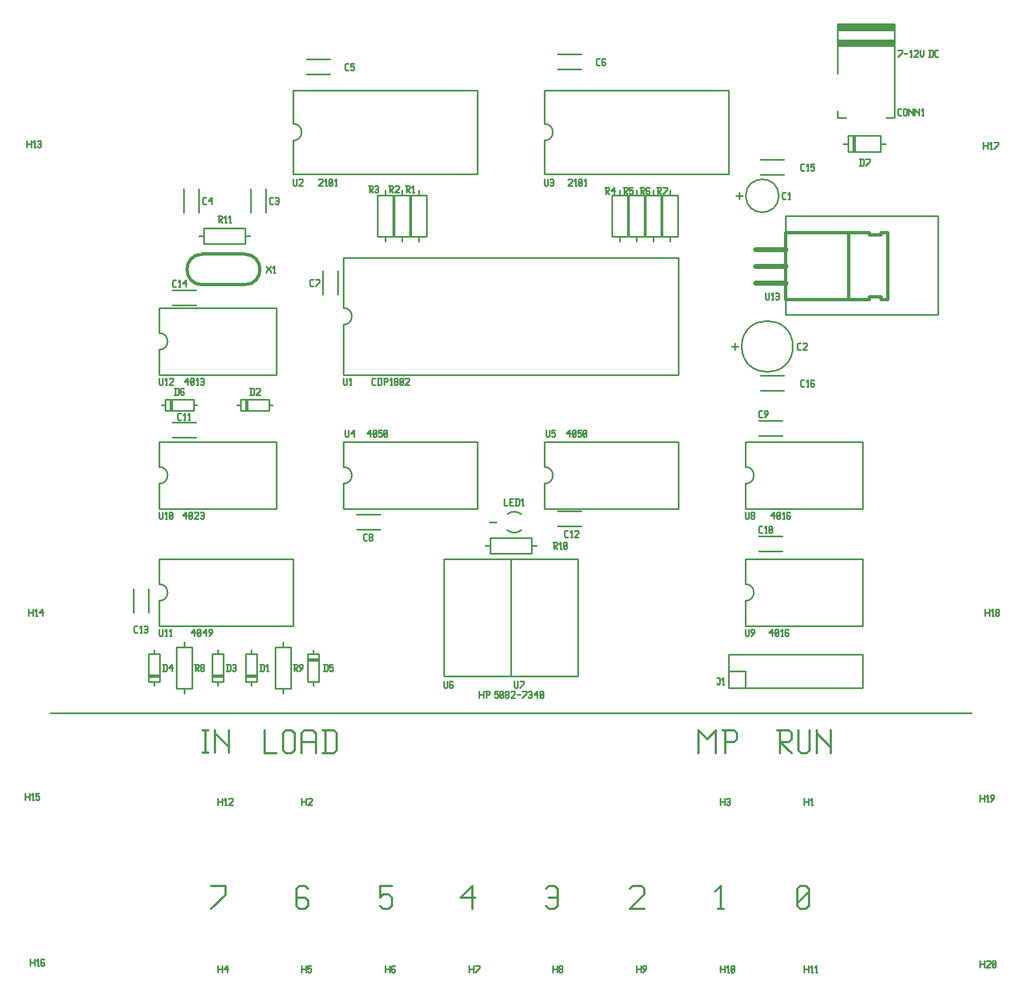
<source format=gbr>
G04 start of page 9 for group -4079 idx -4079 *
G04 Title: (unknown), topsilk *
G04 Creator: pcb 20140316 *
G04 CreationDate: Fri 21 Oct 2016 04:41:03 PM GMT UTC *
G04 For: atommann *
G04 Format: Gerber/RS-274X *
G04 PCB-Dimensions (mil): 8000.00 8000.00 *
G04 PCB-Coordinate-Origin: lower left *
%MOIN*%
%FSLAX25Y25*%
%LNTOPSILK*%
%ADD102C,0.0200*%
%ADD101C,0.0300*%
%ADD100C,0.0136*%
%ADD99C,0.0137*%
%ADD98C,0.0134*%
%ADD97C,0.0100*%
G54D97*X539000Y637000D02*Y578000D01*
Y637000D02*X630000D01*
Y578000D01*
X539000D01*
X100000Y340000D02*X650000D01*
G54D98*X191000Y329650D02*X194350D01*
X192675D02*Y316250D01*
X191000D02*X194350D01*
X198370Y329650D02*Y316250D01*
Y329650D02*Y327975D01*
X206745Y319600D01*
Y329650D02*Y316250D01*
G54D99*X228000Y329580D02*Y315900D01*
X234840D01*
X238944Y327870D02*Y317610D01*
Y327870D02*X240654Y329580D01*
X244074D01*
X245784Y327870D01*
Y317610D01*
X244074Y315900D02*X245784Y317610D01*
X240654Y315900D02*X244074D01*
X238944Y317610D02*X240654Y315900D01*
X249888Y327870D02*Y315900D01*
Y327870D02*X251598Y329580D01*
X256728D01*
X258438Y327870D01*
Y315900D01*
X249888Y322740D02*X258438D01*
X264252Y329580D02*Y315900D01*
X269382Y329580D02*X271092Y327870D01*
Y317610D01*
X269382Y315900D02*X271092Y317610D01*
X262542Y315900D02*X269382D01*
X262542Y329580D02*X269382D01*
G54D97*X179000Y458000D02*X181000Y460000D01*
X179000Y458000D02*X181500D01*
X181000Y460000D02*Y456000D01*
X182700Y456500D02*X183200Y456000D01*
X182700Y459500D02*Y456500D01*
Y459500D02*X183200Y460000D01*
X184200D01*
X184700Y459500D01*
Y456500D01*
X184200Y456000D02*X184700Y456500D01*
X183200Y456000D02*X184200D01*
X182700Y457000D02*X184700Y459000D01*
X185900Y459500D02*X186400Y460000D01*
X187900D01*
X188400Y459500D01*
Y458500D01*
X185900Y456000D02*X188400Y458500D01*
X185900Y456000D02*X188400D01*
X189600Y459500D02*X190100Y460000D01*
X191100D01*
X191600Y459500D01*
Y456500D01*
X191100Y456000D02*X191600Y456500D01*
X190100Y456000D02*X191100D01*
X189600Y456500D02*X190100Y456000D01*
Y458000D02*X191600D01*
X184000Y388000D02*X186000Y390000D01*
X184000Y388000D02*X186500D01*
X186000Y390000D02*Y386000D01*
X187700Y386500D02*X188200Y386000D01*
X187700Y389500D02*Y386500D01*
Y389500D02*X188200Y390000D01*
X189200D01*
X189700Y389500D01*
Y386500D01*
X189200Y386000D02*X189700Y386500D01*
X188200Y386000D02*X189200D01*
X187700Y387000D02*X189700Y389000D01*
X190900Y388000D02*X192900Y390000D01*
X190900Y388000D02*X193400D01*
X192900Y390000D02*Y386000D01*
X194600D02*X196600Y388000D01*
Y389500D02*Y388000D01*
X196100Y390000D02*X196600Y389500D01*
X195100Y390000D02*X196100D01*
X194600Y389500D02*X195100Y390000D01*
X194600Y389500D02*Y388500D01*
X195100Y388000D01*
X196600D01*
X180000Y538000D02*X182000Y540000D01*
X180000Y538000D02*X182500D01*
X182000Y540000D02*Y536000D01*
X183700Y536500D02*X184200Y536000D01*
X183700Y539500D02*Y536500D01*
Y539500D02*X184200Y540000D01*
X185200D01*
X185700Y539500D01*
Y536500D01*
X185200Y536000D02*X185700Y536500D01*
X184200Y536000D02*X185200D01*
X183700Y537000D02*X185700Y539000D01*
X187400Y536000D02*X188400D01*
X187900Y540000D02*Y536000D01*
X186900Y539000D02*X187900Y540000D01*
X189600Y539500D02*X190100Y540000D01*
X191100D01*
X191600Y539500D01*
Y536500D01*
X191100Y536000D02*X191600Y536500D01*
X190100Y536000D02*X191100D01*
X189600Y536500D02*X190100Y536000D01*
Y538000D02*X191600D01*
G54D100*X196000Y222950D02*X204525Y231475D01*
Y236590D02*Y231475D01*
X196000Y236590D02*X204525D01*
X252100Y236600D02*X253800Y234900D01*
X248700Y236600D02*X252100D01*
X247000Y234900D02*X248700Y236600D01*
X247000Y234900D02*Y224700D01*
X248700Y223000D01*
X252100Y229800D02*X253800Y228100D01*
X247000Y229800D02*X252100D01*
X248700Y223000D02*X252100D01*
X253800Y224700D01*
Y228100D02*Y224700D01*
X297000Y236600D02*X303800D01*
X297000D02*Y229800D01*
X298700Y231500D01*
X302100D01*
X303800Y229800D01*
Y224700D01*
X302100Y223000D02*X303800Y224700D01*
X298700Y223000D02*X302100D01*
X297000Y224700D02*X298700Y223000D01*
X345000Y229800D02*X351800Y236600D01*
X345000Y229800D02*X353500D01*
X351800Y236600D02*Y223000D01*
G54D97*X292500Y536000D02*X294000D01*
X292000Y536500D02*X292500Y536000D01*
X292000Y539500D02*Y536500D01*
Y539500D02*X292500Y540000D01*
X294000D01*
X295700D02*Y536000D01*
X297200Y540000D02*X297700Y539500D01*
Y536500D01*
X297200Y536000D02*X297700Y536500D01*
X295200Y536000D02*X297200D01*
X295200Y540000D02*X297200D01*
X299400D02*Y536000D01*
X298900Y540000D02*X300900D01*
X301400Y539500D01*
Y538500D01*
X300900Y538000D02*X301400Y538500D01*
X299400Y538000D02*X300900D01*
X303100Y536000D02*X304100D01*
X303600Y540000D02*Y536000D01*
X302600Y539000D02*X303600Y540000D01*
X305300Y536500D02*X305800Y536000D01*
X305300Y537500D02*Y536500D01*
Y537500D02*X305800Y538000D01*
X306800D01*
X307300Y537500D01*
Y536500D01*
X306800Y536000D02*X307300Y536500D01*
X305800Y536000D02*X306800D01*
X305300Y538500D02*X305800Y538000D01*
X305300Y539500D02*Y538500D01*
Y539500D02*X305800Y540000D01*
X306800D01*
X307300Y539500D01*
Y538500D01*
X306800Y538000D02*X307300Y538500D01*
X308500Y536500D02*X309000Y536000D01*
X308500Y539500D02*Y536500D01*
Y539500D02*X309000Y540000D01*
X310000D01*
X310500Y539500D01*
Y536500D01*
X310000Y536000D02*X310500Y536500D01*
X309000Y536000D02*X310000D01*
X308500Y537000D02*X310500Y539000D01*
X311700Y539500D02*X312200Y540000D01*
X313700D01*
X314200Y539500D01*
Y538500D01*
X311700Y536000D02*X314200Y538500D01*
X311700Y536000D02*X314200D01*
X289000Y507000D02*X291000Y509000D01*
X289000Y507000D02*X291500D01*
X291000Y509000D02*Y505000D01*
X292700Y505500D02*X293200Y505000D01*
X292700Y508500D02*Y505500D01*
Y508500D02*X293200Y509000D01*
X294200D01*
X294700Y508500D01*
Y505500D01*
X294200Y505000D02*X294700Y505500D01*
X293200Y505000D02*X294200D01*
X292700Y506000D02*X294700Y508000D01*
X295900Y509000D02*X297900D01*
X295900D02*Y507000D01*
X296400Y507500D01*
X297400D01*
X297900Y507000D01*
Y505500D01*
X297400Y505000D02*X297900Y505500D01*
X296400Y505000D02*X297400D01*
X295900Y505500D02*X296400Y505000D01*
X299100Y505500D02*X299600Y505000D01*
X299100Y508500D02*Y505500D01*
Y508500D02*X299600Y509000D01*
X300600D01*
X301100Y508500D01*
Y505500D01*
X300600Y505000D02*X301100Y505500D01*
X299600Y505000D02*X300600D01*
X299100Y506000D02*X301100Y508000D01*
X260000Y658500D02*X260500Y659000D01*
X262000D01*
X262500Y658500D01*
Y657500D01*
X260000Y655000D02*X262500Y657500D01*
X260000Y655000D02*X262500D01*
X264200D02*X265200D01*
X264700Y659000D02*Y655000D01*
X263700Y658000D02*X264700Y659000D01*
X266400Y655500D02*X266900Y655000D01*
X266400Y658500D02*Y655500D01*
Y658500D02*X266900Y659000D01*
X267900D01*
X268400Y658500D01*
Y655500D01*
X267900Y655000D02*X268400Y655500D01*
X266900Y655000D02*X267900D01*
X266400Y656000D02*X268400Y658000D01*
X270100Y655000D02*X271100D01*
X270600Y659000D02*Y655000D01*
X269600Y658000D02*X270600Y659000D01*
G54D100*X487000Y329590D02*Y315950D01*
Y329590D02*X492115Y324475D01*
X497230Y329590D01*
Y315950D01*
X503027Y329590D02*Y315950D01*
X501322Y329590D02*X508142D01*
X509847Y327885D01*
Y324475D01*
X508142Y322770D02*X509847Y324475D01*
X503027Y322770D02*X508142D01*
X534000Y329590D02*X540820D01*
X542525Y327885D01*
Y324475D01*
X540820Y322770D02*X542525Y324475D01*
X535705Y322770D02*X540820D01*
X535705Y329590D02*Y315950D01*
Y322770D02*X542525Y315950D01*
X546617Y329590D02*Y317655D01*
X548322Y315950D01*
X551732D01*
X553437Y317655D01*
Y329590D02*Y317655D01*
X557529Y329590D02*Y315950D01*
Y329590D02*Y327885D01*
X566054Y319360D01*
Y329590D02*Y315950D01*
G54D97*X409000Y658500D02*X409500Y659000D01*
X411000D01*
X411500Y658500D01*
Y657500D01*
X409000Y655000D02*X411500Y657500D01*
X409000Y655000D02*X411500D01*
X413200D02*X414200D01*
X413700Y659000D02*Y655000D01*
X412700Y658000D02*X413700Y659000D01*
X415400Y655500D02*X415900Y655000D01*
X415400Y658500D02*Y655500D01*
Y658500D02*X415900Y659000D01*
X416900D01*
X417400Y658500D01*
Y655500D01*
X416900Y655000D02*X417400Y655500D01*
X415900Y655000D02*X416900D01*
X415400Y656000D02*X417400Y658000D01*
X419100Y655000D02*X420100D01*
X419600Y659000D02*Y655000D01*
X418600Y658000D02*X419600Y659000D01*
X408000Y507000D02*X410000Y509000D01*
X408000Y507000D02*X410500D01*
X410000Y509000D02*Y505000D01*
X411700Y505500D02*X412200Y505000D01*
X411700Y508500D02*Y505500D01*
Y508500D02*X412200Y509000D01*
X413200D01*
X413700Y508500D01*
Y505500D01*
X413200Y505000D02*X413700Y505500D01*
X412200Y505000D02*X413200D01*
X411700Y506000D02*X413700Y508000D01*
X414900Y509000D02*X416900D01*
X414900D02*Y507000D01*
X415400Y507500D01*
X416400D01*
X416900Y507000D01*
Y505500D01*
X416400Y505000D02*X416900Y505500D01*
X415400Y505000D02*X416400D01*
X414900Y505500D02*X415400Y505000D01*
X418100Y505500D02*X418600Y505000D01*
X418100Y508500D02*Y505500D01*
Y508500D02*X418600Y509000D01*
X419600D01*
X420100Y508500D01*
Y505500D01*
X419600Y505000D02*X420100Y505500D01*
X418600Y505000D02*X419600D01*
X418100Y506000D02*X420100Y508000D01*
X530000Y458000D02*X532000Y460000D01*
X530000Y458000D02*X532500D01*
X532000Y460000D02*Y456000D01*
X533700Y456500D02*X534200Y456000D01*
X533700Y459500D02*Y456500D01*
Y459500D02*X534200Y460000D01*
X535200D01*
X535700Y459500D01*
Y456500D01*
X535200Y456000D02*X535700Y456500D01*
X534200Y456000D02*X535200D01*
X533700Y457000D02*X535700Y459000D01*
X537400Y456000D02*X538400D01*
X537900Y460000D02*Y456000D01*
X536900Y459000D02*X537900Y460000D01*
X541100D02*X541600Y459500D01*
X540100Y460000D02*X541100D01*
X539600Y459500D02*X540100Y460000D01*
X539600Y459500D02*Y456500D01*
X540100Y456000D01*
X541100Y458000D02*X541600Y457500D01*
X539600Y458000D02*X541100D01*
X540100Y456000D02*X541100D01*
X541600Y456500D01*
Y457500D02*Y456500D01*
X606000Y732000D02*X608500Y734500D01*
Y736000D02*Y734500D01*
X606000Y736000D02*X608500D01*
X609700Y734000D02*X611700D01*
X613400Y732000D02*X614400D01*
X613900Y736000D02*Y732000D01*
X612900Y735000D02*X613900Y736000D01*
X615600Y735500D02*X616100Y736000D01*
X617600D01*
X618100Y735500D01*
Y734500D01*
X615600Y732000D02*X618100Y734500D01*
X615600Y732000D02*X618100D01*
X619300Y736000D02*Y733000D01*
X620300Y732000D01*
X621300Y733000D01*
Y736000D02*Y733000D01*
X624800Y736000D02*Y732000D01*
X626300Y736000D02*X626800Y735500D01*
Y732500D01*
X626300Y732000D02*X626800Y732500D01*
X624300Y732000D02*X626300D01*
X624300Y736000D02*X626300D01*
X628500Y732000D02*X630000D01*
X628000Y732500D02*X628500Y732000D01*
X628000Y735500D02*Y732500D01*
Y735500D02*X628500Y736000D01*
X630000D01*
X529000Y388000D02*X531000Y390000D01*
X529000Y388000D02*X531500D01*
X531000Y390000D02*Y386000D01*
X532700Y386500D02*X533200Y386000D01*
X532700Y389500D02*Y386500D01*
Y389500D02*X533200Y390000D01*
X534200D01*
X534700Y389500D01*
Y386500D01*
X534200Y386000D02*X534700Y386500D01*
X533200Y386000D02*X534200D01*
X532700Y387000D02*X534700Y389000D01*
X536400Y386000D02*X537400D01*
X536900Y390000D02*Y386000D01*
X535900Y389000D02*X536900Y390000D01*
X540100D02*X540600Y389500D01*
X539100Y390000D02*X540100D01*
X538600Y389500D02*X539100Y390000D01*
X538600Y389500D02*Y386500D01*
X539100Y386000D01*
X540100Y388000D02*X540600Y387500D01*
X538600Y388000D02*X540100D01*
X539100Y386000D02*X540100D01*
X540600Y386500D01*
Y387500D02*Y386500D01*
G54D100*X396000Y234900D02*X397700Y236600D01*
X401100D01*
X402800Y234900D01*
Y224700D01*
X401100Y223000D02*X402800Y224700D01*
X397700Y223000D02*X401100D01*
X396000Y224700D02*X397700Y223000D01*
Y229800D02*X402800D01*
G54D97*X356000Y353000D02*Y349000D01*
X358500Y353000D02*Y349000D01*
X356000Y351000D02*X358500D01*
X360200Y353000D02*Y349000D01*
X359700Y353000D02*X361700D01*
X362200Y352500D01*
Y351500D01*
X361700Y351000D02*X362200Y351500D01*
X360200Y351000D02*X361700D01*
X365200Y353000D02*X367200D01*
X365200D02*Y351000D01*
X365700Y351500D01*
X366700D01*
X367200Y351000D01*
Y349500D01*
X366700Y349000D02*X367200Y349500D01*
X365700Y349000D02*X366700D01*
X365200Y349500D02*X365700Y349000D01*
X368400Y349500D02*X368900Y349000D01*
X368400Y352500D02*Y349500D01*
Y352500D02*X368900Y353000D01*
X369900D01*
X370400Y352500D01*
Y349500D01*
X369900Y349000D02*X370400Y349500D01*
X368900Y349000D02*X369900D01*
X368400Y350000D02*X370400Y352000D01*
X371600Y349500D02*X372100Y349000D01*
X371600Y350500D02*Y349500D01*
Y350500D02*X372100Y351000D01*
X373100D01*
X373600Y350500D01*
Y349500D01*
X373100Y349000D02*X373600Y349500D01*
X372100Y349000D02*X373100D01*
X371600Y351500D02*X372100Y351000D01*
X371600Y352500D02*Y351500D01*
Y352500D02*X372100Y353000D01*
X373100D01*
X373600Y352500D01*
Y351500D01*
X373100Y351000D02*X373600Y351500D01*
X374800Y352500D02*X375300Y353000D01*
X376800D01*
X377300Y352500D01*
Y351500D01*
X374800Y349000D02*X377300Y351500D01*
X374800Y349000D02*X377300D01*
X378500Y351000D02*X380500D01*
X381700Y349000D02*X384200Y351500D01*
Y353000D02*Y351500D01*
X381700Y353000D02*X384200D01*
X385400Y352500D02*X385900Y353000D01*
X386900D01*
X387400Y352500D01*
Y349500D01*
X386900Y349000D02*X387400Y349500D01*
X385900Y349000D02*X386900D01*
X385400Y349500D02*X385900Y349000D01*
Y351000D02*X387400D01*
X388600D02*X390600Y353000D01*
X388600Y351000D02*X391100D01*
X390600Y353000D02*Y349000D01*
X392300Y349500D02*X392800Y349000D01*
X392300Y352500D02*Y349500D01*
Y352500D02*X392800Y353000D01*
X393800D01*
X394300Y352500D01*
Y349500D01*
X393800Y349000D02*X394300Y349500D01*
X392800Y349000D02*X393800D01*
X392300Y350000D02*X394300Y352000D01*
G54D100*X446000Y234900D02*X447700Y236600D01*
X452800D01*
X454500Y234900D01*
Y231500D01*
X446000Y223000D02*X454500Y231500D01*
X446000Y223000D02*X454500D01*
X546000Y224700D02*X547700Y223000D01*
X546000Y234900D02*Y224700D01*
Y234900D02*X547700Y236600D01*
X551100D01*
X552800Y234900D01*
Y224700D01*
X551100Y223000D02*X552800Y224700D01*
X547700Y223000D02*X551100D01*
X546000Y226400D02*X552800Y233200D01*
X498700Y223000D02*X502100D01*
X500400Y236600D02*Y223000D01*
X497000Y233200D02*X500400Y236600D01*
G54D97*X523000Y514500D02*X537000D01*
X523000D03*
X537000D03*
X523000Y505500D02*X537000D01*
X523000D03*
X537000D03*
X523000Y445500D02*X537000D01*
X523000D03*
X537000D03*
X523000Y436500D02*X537000D01*
X523000D03*
X537000D03*
X403000Y460500D02*X417000D01*
X403000D03*
X417000D03*
X403000Y451500D02*X417000D01*
X403000D03*
X417000D03*
X395000Y462000D02*X475000D01*
Y502000D02*Y462000D01*
X395000Y502000D02*X475000D01*
X395000Y477000D02*Y462000D01*
Y502000D02*Y487000D01*
Y477000D02*G75*G03X395000Y487000I0J5000D01*G01*
X362600Y435250D02*Y444750D01*
X387400D01*
Y435250D01*
X362600D01*
Y440000D02*X359600D01*
X387400D02*X390400D01*
X515000Y462000D02*X585000D01*
Y502000D02*Y462000D01*
X515000Y502000D02*X585000D01*
X515000Y477000D02*Y462000D01*
Y502000D02*Y487000D01*
Y477000D02*G75*G03X515000Y487000I0J5000D01*G01*
Y392000D02*X585000D01*
Y432000D02*Y392000D01*
X515000Y432000D02*X585000D01*
X515000Y407000D02*Y392000D01*
Y432000D02*Y417000D01*
Y407000D02*G75*G03X515000Y417000I0J5000D01*G01*
X576245Y684854D02*Y675146D01*
X573250Y680000D02*X576245D01*
Y684854D02*X595755D01*
Y675146D01*
Y680000D02*X598750D01*
X576245Y675146D02*X595755D01*
X579245Y684854D02*Y675146D01*
X579745Y684854D02*Y675146D01*
X580245Y684854D02*Y675146D01*
X570000Y751500D02*Y722000D01*
Y751500D02*X604000D01*
Y695500D01*
X599000D02*X604000D01*
X570000Y699500D02*Y695500D01*
X575000D01*
X570000Y751500D02*X604000D01*
X570000Y751000D02*X604000D01*
X570000Y750500D02*X604000D01*
X570000Y750000D02*X604000D01*
X570000Y749500D02*X604000D01*
X570000Y749000D02*X604000D01*
X570000Y748500D02*X604000D01*
X570000Y748000D02*X604000D01*
X570000Y738500D02*X604000D01*
X570000Y739000D02*X604000D01*
X570000Y739500D02*X604000D01*
X570000Y740000D02*X604000D01*
X570000Y740500D02*X604000D01*
X570000Y741000D02*X604000D01*
X570000Y741500D02*X604000D01*
X570000Y742000D02*X604000D01*
X524000Y670500D02*X538000D01*
X524000D03*
X538000D03*
X524000Y661500D02*X538000D01*
X524000D03*
X538000D03*
X524000Y541500D02*X538000D01*
X524000D03*
X538000D03*
X524000Y532500D02*X538000D01*
X524000D03*
X538000D03*
X513158Y649000D02*X509158D01*
X511158Y647000D02*Y651000D01*
X515158Y649000D02*G75*G03X515158Y649000I9842J0D01*G01*
X506752Y559000D02*X510752D01*
X508752Y561000D02*Y557000D01*
X512752Y559000D02*G75*G03X512752Y559000I15248J0D01*G01*
G54D101*X521000Y617000D02*X539000D01*
X521000Y607000D02*X539000D01*
X521000Y597000D02*X539000D01*
G54D102*Y627000D02*Y587000D01*
X576500D01*
Y627000D02*Y587000D01*
X539000Y627000D02*X576500D01*
Y587000D01*
X589000D01*
Y588500D02*Y587000D01*
Y588500D02*X596000D01*
Y587000D01*
X600000D01*
Y627000D02*Y587000D01*
X596000Y627000D02*X600000D01*
X596000D02*Y625500D01*
X589000D02*X596000D01*
X589000Y627000D02*Y625500D01*
X576500Y627000D02*X589000D01*
G54D97*X375000Y362000D02*Y432000D01*
X415000D01*
Y362000D01*
X375000D01*
X505000Y355000D02*X585000D01*
Y375000D02*Y355000D01*
X505000Y375000D02*X585000D01*
X505000D02*Y355000D01*
X515000Y365000D02*Y355000D01*
X505000Y365000D02*X515000D01*
X403000Y733500D02*X417000D01*
X403000D03*
X417000D03*
X403000Y724500D02*X417000D01*
X403000D03*
X417000D03*
X271500Y604000D02*Y590000D01*
Y604000D03*
Y590000D03*
X262500Y604000D02*Y590000D01*
Y604000D03*
Y590000D03*
X315250Y649400D02*X324750D01*
Y624600D01*
X315250D02*X324750D01*
X315250Y649400D02*Y624600D01*
X320000Y652400D02*Y649400D01*
Y624600D02*Y621600D01*
X295250Y649400D02*X304750D01*
Y624600D01*
X295250D02*X304750D01*
X295250Y649400D02*Y624600D01*
X300000Y652400D02*Y649400D01*
Y624600D02*Y621600D01*
X305250Y649400D02*X314750D01*
Y624600D01*
X305250D02*X314750D01*
X305250Y649400D02*Y624600D01*
X310000Y652400D02*Y649400D01*
Y624600D02*Y621600D01*
X245000Y662000D02*X355000D01*
Y712000D02*Y662000D01*
X245000Y712000D02*X355000D01*
X245000Y682000D02*Y662000D01*
Y712000D02*Y692000D01*
Y682000D02*G75*G03X245000Y692000I0J5000D01*G01*
X275000Y542000D02*X475000D01*
Y612000D02*Y542000D01*
X275000Y612000D02*X475000D01*
X275000Y572000D02*Y542000D01*
Y612000D02*Y582000D01*
Y572000D02*G75*G03X275000Y582000I0J5000D01*G01*
X395000Y662000D02*X505000D01*
Y712000D02*Y662000D01*
X395000Y712000D02*X505000D01*
X395000Y682000D02*Y662000D01*
Y712000D02*Y692000D01*
Y682000D02*G75*G03X395000Y692000I0J5000D01*G01*
X465250Y649400D02*X474750D01*
Y624600D01*
X465250D02*X474750D01*
X465250Y649400D02*Y624600D01*
X470000Y652400D02*Y649400D01*
Y624600D02*Y621600D01*
X455250Y649400D02*X464750D01*
Y624600D01*
X455250D02*X464750D01*
X455250Y649400D02*Y624600D01*
X460000Y652400D02*Y649400D01*
Y624600D02*Y621600D01*
X445250Y649400D02*X454750D01*
Y624600D01*
X445250D02*X454750D01*
X445250Y649400D02*Y624600D01*
X450000Y652400D02*Y649400D01*
Y624600D02*Y621600D01*
X435250Y649400D02*X444750D01*
Y624600D01*
X435250D02*X444750D01*
X435250Y649400D02*Y624600D01*
X440000Y652400D02*Y649400D01*
Y624600D02*Y621600D01*
X253000Y730500D02*X267000D01*
X253000D03*
X267000D03*
X253000Y721500D02*X267000D01*
X253000D03*
X267000D03*
X173000Y592500D02*X187000D01*
X173000D03*
X187000D03*
X173000Y583500D02*X187000D01*
X173000D03*
X187000D03*
G54D102*X190700Y595900D02*X216000D01*
X190700Y614200D02*X216000D01*
X190700Y614100D02*G75*G03X190700Y595900I0J-9100D01*G01*
X216000D02*G75*G03X216000Y614100I0J9100D01*G01*
G54D97*X219500Y653000D02*Y639000D01*
D03*
Y653000D03*
X228500D02*Y639000D01*
D03*
Y653000D03*
X179500D02*Y639000D01*
D03*
Y653000D03*
X188500D02*Y639000D01*
D03*
Y653000D03*
X191600Y620250D02*Y629750D01*
X216400D01*
Y620250D01*
X191600D01*
Y625000D02*X188600D01*
X216400D02*X219400D01*
X165000Y542000D02*X235000D01*
Y582000D02*Y542000D01*
X165000Y582000D02*X235000D01*
X165000Y557000D02*Y542000D01*
Y582000D02*Y567000D01*
Y557000D02*G75*G03X165000Y567000I0J5000D01*G01*
X213524Y520741D02*Y527259D01*
Y524000D02*X211250D01*
X213524Y527259D02*X230476D01*
Y520741D02*Y527259D01*
Y524000D02*X232750D01*
X213524Y520741D02*X230476D01*
X216524D02*Y527259D01*
X217024Y520741D02*Y527259D01*
X217524Y520741D02*Y527259D01*
X168524Y520741D02*Y527259D01*
Y524000D02*X166250D01*
X168524Y527259D02*X185476D01*
Y520741D02*Y527259D01*
Y524000D02*X187750D01*
X168524Y520741D02*X185476D01*
X171524D02*Y527259D01*
X172024Y520741D02*Y527259D01*
X172524Y520741D02*Y527259D01*
X149500Y414000D02*Y400000D01*
D03*
Y414000D03*
X158500D02*Y400000D01*
D03*
Y414000D03*
X165000Y392000D02*X245000D01*
Y432000D02*Y392000D01*
X165000Y432000D02*X245000D01*
X165000Y407000D02*Y392000D01*
Y432000D02*Y417000D01*
Y407000D02*G75*G03X165000Y417000I0J5000D01*G01*
X335000Y362000D02*Y432000D01*
X375000D01*
Y362000D01*
X335000D01*
X173000Y513500D02*X187000D01*
X173000D03*
X187000D03*
X173000Y504500D02*X187000D01*
X173000D03*
X187000D03*
X366251Y454000D02*X362250D01*
X372785Y449319D02*G75*G03X381049Y449175I4215J4681D01*G01*
X381215Y458681D02*G75*G03X372951Y458825I-4215J-4681D01*G01*
X275000Y462000D02*X355000D01*
Y502000D02*Y462000D01*
X275000Y502000D02*X355000D01*
X275000Y477000D02*Y462000D01*
Y502000D02*Y487000D01*
Y477000D02*G75*G03X275000Y487000I0J5000D01*G01*
X283000Y458500D02*X297000D01*
X283000D03*
X297000D03*
X283000Y449500D02*X297000D01*
X283000D03*
X297000D03*
X165000Y462000D02*X235000D01*
Y502000D02*Y462000D01*
X165000Y502000D02*X235000D01*
X165000Y477000D02*Y462000D01*
Y502000D02*Y487000D01*
Y477000D02*G75*G03X165000Y487000I0J5000D01*G01*
X175250Y354600D02*X184750D01*
X175250Y379400D02*Y354600D01*
Y379400D02*X184750D01*
Y354600D01*
X180000D02*Y351600D01*
Y382400D02*Y379400D01*
X234250Y354600D02*X243750D01*
X234250Y379400D02*Y354600D01*
Y379400D02*X243750D01*
Y354600D01*
X239000D02*Y351600D01*
Y382400D02*Y379400D01*
X196741Y358524D02*X203259D01*
X200000D02*Y356250D01*
X196741Y375476D02*Y358524D01*
Y375476D02*X203259D01*
X200000Y377750D02*Y375476D01*
X203259D02*Y358524D01*
X196741Y361524D02*X203259D01*
X196741Y362024D02*X203259D01*
X196741Y362524D02*X203259D01*
X216741Y358524D02*X223259D01*
X220000D02*Y356250D01*
X216741Y375476D02*Y358524D01*
Y375476D02*X223259D01*
X220000Y377750D02*Y375476D01*
X223259D02*Y358524D01*
X216741Y361524D02*X223259D01*
X216741Y362024D02*X223259D01*
X216741Y362524D02*X223259D01*
X158741Y358524D02*X165259D01*
X162000D02*Y356250D01*
X158741Y375476D02*Y358524D01*
Y375476D02*X165259D01*
X162000Y377750D02*Y375476D01*
X165259D02*Y358524D01*
X158741Y361524D02*X165259D01*
X158741Y362024D02*X165259D01*
X158741Y362524D02*X165259D01*
X253741Y375476D02*X260259D01*
X257000Y377750D02*Y375476D01*
X260259D02*Y358524D01*
X253741D02*X260259D01*
X257000D02*Y356250D01*
X253741Y375476D02*Y358524D01*
Y372476D02*X260259D01*
X253741Y371976D02*X260259D01*
X253741Y371476D02*X260259D01*
X523500Y516500D02*X525000D01*
X523000Y517000D02*X523500Y516500D01*
X523000Y520000D02*Y517000D01*
Y520000D02*X523500Y520500D01*
X525000D01*
X526200Y516500D02*X528200Y518500D01*
Y520000D02*Y518500D01*
X527700Y520500D02*X528200Y520000D01*
X526700Y520500D02*X527700D01*
X526200Y520000D02*X526700Y520500D01*
X526200Y520000D02*Y519000D01*
X526700Y518500D01*
X528200D01*
X523500Y447500D02*X525000D01*
X523000Y448000D02*X523500Y447500D01*
X523000Y451000D02*Y448000D01*
Y451000D02*X523500Y451500D01*
X525000D01*
X526700Y447500D02*X527700D01*
X527200Y451500D02*Y447500D01*
X526200Y450500D02*X527200Y451500D01*
X528900Y448000D02*X529400Y447500D01*
X528900Y451000D02*Y448000D01*
Y451000D02*X529400Y451500D01*
X530400D01*
X530900Y451000D01*
Y448000D01*
X530400Y447500D02*X530900Y448000D01*
X529400Y447500D02*X530400D01*
X528900Y448500D02*X530900Y450500D01*
X583500Y671000D02*Y667000D01*
X585000Y671000D02*X585500Y670500D01*
Y667500D01*
X585000Y667000D02*X585500Y667500D01*
X583000Y667000D02*X585000D01*
X583000Y671000D02*X585000D01*
X586700Y667000D02*X589200Y669500D01*
Y671000D02*Y669500D01*
X586700Y671000D02*X589200D01*
X606500Y697000D02*X608000D01*
X606000Y697500D02*X606500Y697000D01*
X606000Y700500D02*Y697500D01*
Y700500D02*X606500Y701000D01*
X608000D01*
X609200Y700500D02*Y697500D01*
Y700500D02*X609700Y701000D01*
X610700D01*
X611200Y700500D01*
Y697500D01*
X610700Y697000D02*X611200Y697500D01*
X609700Y697000D02*X610700D01*
X609200Y697500D02*X609700Y697000D01*
X612400Y701000D02*Y697000D01*
Y701000D02*Y700500D01*
X614900Y698000D01*
Y701000D02*Y697000D01*
X616100Y701000D02*Y697000D01*
Y701000D02*Y700500D01*
X618600Y698000D01*
Y701000D02*Y697000D01*
X620300D02*X621300D01*
X620800Y701000D02*Y697000D01*
X619800Y700000D02*X620800Y701000D01*
X548500Y664000D02*X550000D01*
X548000Y664500D02*X548500Y664000D01*
X548000Y667500D02*Y664500D01*
Y667500D02*X548500Y668000D01*
X550000D01*
X551700Y664000D02*X552700D01*
X552200Y668000D02*Y664000D01*
X551200Y667000D02*X552200Y668000D01*
X553900D02*X555900D01*
X553900D02*Y666000D01*
X554400Y666500D01*
X555400D01*
X555900Y666000D01*
Y664500D01*
X555400Y664000D02*X555900Y664500D01*
X554400Y664000D02*X555400D01*
X553900Y664500D02*X554400Y664000D01*
X548500Y535000D02*X550000D01*
X548000Y535500D02*X548500Y535000D01*
X548000Y538500D02*Y535500D01*
Y538500D02*X548500Y539000D01*
X550000D01*
X551700Y535000D02*X552700D01*
X552200Y539000D02*Y535000D01*
X551200Y538000D02*X552200Y539000D01*
X555400D02*X555900Y538500D01*
X554400Y539000D02*X555400D01*
X553900Y538500D02*X554400Y539000D01*
X553900Y538500D02*Y535500D01*
X554400Y535000D01*
X555400Y537000D02*X555900Y536500D01*
X553900Y537000D02*X555400D01*
X554400Y535000D02*X555400D01*
X555900Y535500D01*
Y536500D02*Y535500D01*
X546500Y557000D02*X548000D01*
X546000Y557500D02*X546500Y557000D01*
X546000Y560500D02*Y557500D01*
Y560500D02*X546500Y561000D01*
X548000D01*
X549200Y560500D02*X549700Y561000D01*
X551200D01*
X551700Y560500D01*
Y559500D01*
X549200Y557000D02*X551700Y559500D01*
X549200Y557000D02*X551700D01*
X515000Y460000D02*Y456500D01*
X515500Y456000D01*
X516500D01*
X517000Y456500D01*
Y460000D02*Y456500D01*
X518200D02*X518700Y456000D01*
X518200Y457500D02*Y456500D01*
Y457500D02*X518700Y458000D01*
X519700D01*
X520200Y457500D01*
Y456500D01*
X519700Y456000D02*X520200Y456500D01*
X518700Y456000D02*X519700D01*
X518200Y458500D02*X518700Y458000D01*
X518200Y459500D02*Y458500D01*
Y459500D02*X518700Y460000D01*
X519700D01*
X520200Y459500D01*
Y458500D01*
X519700Y458000D02*X520200Y458500D01*
X527000Y591000D02*Y587500D01*
X527500Y587000D01*
X528500D01*
X529000Y587500D01*
Y591000D02*Y587500D01*
X530700Y587000D02*X531700D01*
X531200Y591000D02*Y587000D01*
X530200Y590000D02*X531200Y591000D01*
X532900Y590500D02*X533400Y591000D01*
X534400D01*
X534900Y590500D01*
Y587500D01*
X534400Y587000D02*X534900Y587500D01*
X533400Y587000D02*X534400D01*
X532900Y587500D02*X533400Y587000D01*
Y589000D02*X534900D01*
X537500Y647000D02*X539000D01*
X537000Y647500D02*X537500Y647000D01*
X537000Y650500D02*Y647500D01*
Y650500D02*X537500Y651000D01*
X539000D01*
X540700Y647000D02*X541700D01*
X541200Y651000D02*Y647000D01*
X540200Y650000D02*X541200Y651000D01*
X657000Y681000D02*Y677000D01*
X659500Y681000D02*Y677000D01*
X657000Y679000D02*X659500D01*
X661200Y677000D02*X662200D01*
X661700Y681000D02*Y677000D01*
X660700Y680000D02*X661700Y681000D01*
X663400Y677000D02*X665900Y679500D01*
Y681000D02*Y679500D01*
X663400Y681000D02*X665900D01*
X550000Y189000D02*Y185000D01*
X552500Y189000D02*Y185000D01*
X550000Y187000D02*X552500D01*
X554200Y185000D02*X555200D01*
X554700Y189000D02*Y185000D01*
X553700Y188000D02*X554700Y189000D01*
X556900Y185000D02*X557900D01*
X557400Y189000D02*Y185000D01*
X556400Y188000D02*X557400Y189000D01*
X500000D02*Y185000D01*
X502500Y189000D02*Y185000D01*
X500000Y187000D02*X502500D01*
X504200Y185000D02*X505200D01*
X504700Y189000D02*Y185000D01*
X503700Y188000D02*X504700Y189000D01*
X506400Y185500D02*X506900Y185000D01*
X506400Y188500D02*Y185500D01*
Y188500D02*X506900Y189000D01*
X507900D01*
X508400Y188500D01*
Y185500D01*
X507900Y185000D02*X508400Y185500D01*
X506900Y185000D02*X507900D01*
X506400Y186000D02*X508400Y188000D01*
X450000Y189000D02*Y185000D01*
X452500Y189000D02*Y185000D01*
X450000Y187000D02*X452500D01*
X453700Y185000D02*X455700Y187000D01*
Y188500D02*Y187000D01*
X455200Y189000D02*X455700Y188500D01*
X454200Y189000D02*X455200D01*
X453700Y188500D02*X454200Y189000D01*
X453700Y188500D02*Y187500D01*
X454200Y187000D01*
X455700D01*
X400000Y189000D02*Y185000D01*
X402500Y189000D02*Y185000D01*
X400000Y187000D02*X402500D01*
X403700Y185500D02*X404200Y185000D01*
X403700Y186500D02*Y185500D01*
Y186500D02*X404200Y187000D01*
X405200D01*
X405700Y186500D01*
Y185500D01*
X405200Y185000D02*X405700Y185500D01*
X404200Y185000D02*X405200D01*
X403700Y187500D02*X404200Y187000D01*
X403700Y188500D02*Y187500D01*
Y188500D02*X404200Y189000D01*
X405200D01*
X405700Y188500D01*
Y187500D01*
X405200Y187000D02*X405700Y187500D01*
X350000Y189000D02*Y185000D01*
X352500Y189000D02*Y185000D01*
X350000Y187000D02*X352500D01*
X353700Y185000D02*X356200Y187500D01*
Y189000D02*Y187500D01*
X353700Y189000D02*X356200D01*
X300000D02*Y185000D01*
X302500Y189000D02*Y185000D01*
X300000Y187000D02*X302500D01*
X305200Y189000D02*X305700Y188500D01*
X304200Y189000D02*X305200D01*
X303700Y188500D02*X304200Y189000D01*
X303700Y188500D02*Y185500D01*
X304200Y185000D01*
X305200Y187000D02*X305700Y186500D01*
X303700Y187000D02*X305200D01*
X304200Y185000D02*X305200D01*
X305700Y185500D01*
Y186500D02*Y185500D01*
X250000Y189000D02*Y185000D01*
X252500Y189000D02*Y185000D01*
X250000Y187000D02*X252500D01*
X253700Y189000D02*X255700D01*
X253700D02*Y187000D01*
X254200Y187500D01*
X255200D01*
X255700Y187000D01*
Y185500D01*
X255200Y185000D02*X255700Y185500D01*
X254200Y185000D02*X255200D01*
X253700Y185500D02*X254200Y185000D01*
X88000Y193000D02*Y189000D01*
X90500Y193000D02*Y189000D01*
X88000Y191000D02*X90500D01*
X92200Y189000D02*X93200D01*
X92700Y193000D02*Y189000D01*
X91700Y192000D02*X92700Y193000D01*
X95900D02*X96400Y192500D01*
X94900Y193000D02*X95900D01*
X94400Y192500D02*X94900Y193000D01*
X94400Y192500D02*Y189500D01*
X94900Y189000D01*
X95900Y191000D02*X96400Y190500D01*
X94400Y191000D02*X95900D01*
X94900Y189000D02*X95900D01*
X96400Y189500D01*
Y190500D02*Y189500D01*
X655000Y192000D02*Y188000D01*
X657500Y192000D02*Y188000D01*
X655000Y190000D02*X657500D01*
X658700Y191500D02*X659200Y192000D01*
X660700D01*
X661200Y191500D01*
Y190500D01*
X658700Y188000D02*X661200Y190500D01*
X658700Y188000D02*X661200D01*
X662400Y188500D02*X662900Y188000D01*
X662400Y191500D02*Y188500D01*
Y191500D02*X662900Y192000D01*
X663900D01*
X664400Y191500D01*
Y188500D01*
X663900Y188000D02*X664400Y188500D01*
X662900Y188000D02*X663900D01*
X662400Y189000D02*X664400Y191000D01*
X200000Y189000D02*Y185000D01*
X202500Y189000D02*Y185000D01*
X200000Y187000D02*X202500D01*
X203700D02*X205700Y189000D01*
X203700Y187000D02*X206200D01*
X205700Y189000D02*Y185000D01*
X498000Y361000D02*X499500D01*
Y357500D01*
X499000Y357000D02*X499500Y357500D01*
X498500Y357000D02*X499000D01*
X498000Y357500D02*X498500Y357000D01*
X501200D02*X502200D01*
X501700Y361000D02*Y357000D01*
X500700Y360000D02*X501700Y361000D01*
X515000Y390000D02*Y386500D01*
X515500Y386000D01*
X516500D01*
X517000Y386500D01*
Y390000D02*Y386500D01*
X518200Y386000D02*X520200Y388000D01*
Y389500D02*Y388000D01*
X519700Y390000D02*X520200Y389500D01*
X518700Y390000D02*X519700D01*
X518200Y389500D02*X518700Y390000D01*
X518200Y389500D02*Y388500D01*
X518700Y388000D01*
X520200D01*
X655000Y291000D02*Y287000D01*
X657500Y291000D02*Y287000D01*
X655000Y289000D02*X657500D01*
X659200Y287000D02*X660200D01*
X659700Y291000D02*Y287000D01*
X658700Y290000D02*X659700Y291000D01*
X661400Y287000D02*X663400Y289000D01*
Y290500D02*Y289000D01*
X662900Y291000D02*X663400Y290500D01*
X661900Y291000D02*X662900D01*
X661400Y290500D02*X661900Y291000D01*
X661400Y290500D02*Y289500D01*
X661900Y289000D01*
X663400D01*
X658000Y402000D02*Y398000D01*
X660500Y402000D02*Y398000D01*
X658000Y400000D02*X660500D01*
X662200Y398000D02*X663200D01*
X662700Y402000D02*Y398000D01*
X661700Y401000D02*X662700Y402000D01*
X664400Y398500D02*X664900Y398000D01*
X664400Y399500D02*Y398500D01*
Y399500D02*X664900Y400000D01*
X665900D01*
X666400Y399500D01*
Y398500D01*
X665900Y398000D02*X666400Y398500D01*
X664900Y398000D02*X665900D01*
X664400Y400500D02*X664900Y400000D01*
X664400Y401500D02*Y400500D01*
Y401500D02*X664900Y402000D01*
X665900D01*
X666400Y401500D01*
Y400500D01*
X665900Y400000D02*X666400Y400500D01*
X500000Y289000D02*Y285000D01*
X502500Y289000D02*Y285000D01*
X500000Y287000D02*X502500D01*
X503700Y288500D02*X504200Y289000D01*
X505200D01*
X505700Y288500D01*
Y285500D01*
X505200Y285000D02*X505700Y285500D01*
X504200Y285000D02*X505200D01*
X503700Y285500D02*X504200Y285000D01*
Y287000D02*X505700D01*
X550000Y289000D02*Y285000D01*
X552500Y289000D02*Y285000D01*
X550000Y287000D02*X552500D01*
X554200Y285000D02*X555200D01*
X554700Y289000D02*Y285000D01*
X553700Y288000D02*X554700Y289000D01*
X335000Y359000D02*Y355500D01*
X335500Y355000D01*
X336500D01*
X337000Y355500D01*
Y359000D02*Y355500D01*
X339700Y359000D02*X340200Y358500D01*
X338700Y359000D02*X339700D01*
X338200Y358500D02*X338700Y359000D01*
X338200Y358500D02*Y355500D01*
X338700Y355000D01*
X339700Y357000D02*X340200Y356500D01*
X338200Y357000D02*X339700D01*
X338700Y355000D02*X339700D01*
X340200Y355500D01*
Y356500D02*Y355500D01*
X377000Y359000D02*Y355500D01*
X377500Y355000D01*
X378500D01*
X379000Y355500D01*
Y359000D02*Y355500D01*
X380200Y355000D02*X382700Y357500D01*
Y359000D02*Y357500D01*
X380200Y359000D02*X382700D01*
X426500Y727000D02*X428000D01*
X426000Y727500D02*X426500Y727000D01*
X426000Y730500D02*Y727500D01*
Y730500D02*X426500Y731000D01*
X428000D01*
X430700D02*X431200Y730500D01*
X429700Y731000D02*X430700D01*
X429200Y730500D02*X429700Y731000D01*
X429200Y730500D02*Y727500D01*
X429700Y727000D01*
X430700Y729000D02*X431200Y728500D01*
X429200Y729000D02*X430700D01*
X429700Y727000D02*X430700D01*
X431200Y727500D01*
Y728500D02*Y727500D01*
X396000Y509000D02*Y505500D01*
X396500Y505000D01*
X397500D01*
X398000Y505500D01*
Y509000D02*Y505500D01*
X399200Y509000D02*X401200D01*
X399200D02*Y507000D01*
X399700Y507500D01*
X400700D01*
X401200Y507000D01*
Y505500D01*
X400700Y505000D02*X401200Y505500D01*
X399700Y505000D02*X400700D01*
X399200Y505500D02*X399700Y505000D01*
X442000Y654000D02*X444000D01*
X444500Y653500D01*
Y652500D01*
X444000Y652000D02*X444500Y652500D01*
X442500Y652000D02*X444000D01*
X442500Y654000D02*Y650000D01*
Y652000D02*X444500Y650000D01*
X445700Y654000D02*X447700D01*
X445700D02*Y652000D01*
X446200Y652500D01*
X447200D01*
X447700Y652000D01*
Y650500D01*
X447200Y650000D02*X447700Y650500D01*
X446200Y650000D02*X447200D01*
X445700Y650500D02*X446200Y650000D01*
X452000Y654000D02*X454000D01*
X454500Y653500D01*
Y652500D01*
X454000Y652000D02*X454500Y652500D01*
X452500Y652000D02*X454000D01*
X452500Y654000D02*Y650000D01*
Y652000D02*X454500Y650000D01*
X457200Y654000D02*X457700Y653500D01*
X456200Y654000D02*X457200D01*
X455700Y653500D02*X456200Y654000D01*
X455700Y653500D02*Y650500D01*
X456200Y650000D01*
X457200Y652000D02*X457700Y651500D01*
X455700Y652000D02*X457200D01*
X456200Y650000D02*X457200D01*
X457700Y650500D01*
Y651500D02*Y650500D01*
X431000Y654000D02*X433000D01*
X433500Y653500D01*
Y652500D01*
X433000Y652000D02*X433500Y652500D01*
X431500Y652000D02*X433000D01*
X431500Y654000D02*Y650000D01*
Y652000D02*X433500Y650000D01*
X434700Y652000D02*X436700Y654000D01*
X434700Y652000D02*X437200D01*
X436700Y654000D02*Y650000D01*
X462000Y654000D02*X464000D01*
X464500Y653500D01*
Y652500D01*
X464000Y652000D02*X464500Y652500D01*
X462500Y652000D02*X464000D01*
X462500Y654000D02*Y650000D01*
Y652000D02*X464500Y650000D01*
X465700D02*X468200Y652500D01*
Y654000D02*Y652500D01*
X465700Y654000D02*X468200D01*
X245000Y659000D02*Y655500D01*
X245500Y655000D01*
X246500D01*
X247000Y655500D01*
Y659000D02*Y655500D01*
X248200Y658500D02*X248700Y659000D01*
X250200D01*
X250700Y658500D01*
Y657500D01*
X248200Y655000D02*X250700Y657500D01*
X248200Y655000D02*X250700D01*
X395000Y659000D02*Y655500D01*
X395500Y655000D01*
X396500D01*
X397000Y655500D01*
Y659000D02*Y655500D01*
X398200Y658500D02*X398700Y659000D01*
X399700D01*
X400200Y658500D01*
Y655500D01*
X399700Y655000D02*X400200Y655500D01*
X398700Y655000D02*X399700D01*
X398200Y655500D02*X398700Y655000D01*
Y657000D02*X400200D01*
X290000Y655000D02*X292000D01*
X292500Y654500D01*
Y653500D01*
X292000Y653000D02*X292500Y653500D01*
X290500Y653000D02*X292000D01*
X290500Y655000D02*Y651000D01*
Y653000D02*X292500Y651000D01*
X293700Y654500D02*X294200Y655000D01*
X295200D01*
X295700Y654500D01*
Y651500D01*
X295200Y651000D02*X295700Y651500D01*
X294200Y651000D02*X295200D01*
X293700Y651500D02*X294200Y651000D01*
Y653000D02*X295700D01*
X276000Y509000D02*Y505500D01*
X276500Y505000D01*
X277500D01*
X278000Y505500D01*
Y509000D02*Y505500D01*
X279200Y507000D02*X281200Y509000D01*
X279200Y507000D02*X281700D01*
X281200Y509000D02*Y505000D01*
X302000Y655000D02*X304000D01*
X304500Y654500D01*
Y653500D01*
X304000Y653000D02*X304500Y653500D01*
X302500Y653000D02*X304000D01*
X302500Y655000D02*Y651000D01*
Y653000D02*X304500Y651000D01*
X305700Y654500D02*X306200Y655000D01*
X307700D01*
X308200Y654500D01*
Y653500D01*
X305700Y651000D02*X308200Y653500D01*
X305700Y651000D02*X308200D01*
X312000Y655000D02*X314000D01*
X314500Y654500D01*
Y653500D01*
X314000Y653000D02*X314500Y653500D01*
X312500Y653000D02*X314000D01*
X312500Y655000D02*Y651000D01*
Y653000D02*X314500Y651000D01*
X316200D02*X317200D01*
X316700Y655000D02*Y651000D01*
X315700Y654000D02*X316700Y655000D01*
X276500Y724000D02*X278000D01*
X276000Y724500D02*X276500Y724000D01*
X276000Y727500D02*Y724500D01*
Y727500D02*X276500Y728000D01*
X278000D01*
X279200D02*X281200D01*
X279200D02*Y726000D01*
X279700Y726500D01*
X280700D01*
X281200Y726000D01*
Y724500D01*
X280700Y724000D02*X281200Y724500D01*
X279700Y724000D02*X280700D01*
X279200Y724500D02*X279700Y724000D01*
X255500Y595000D02*X257000D01*
X255000Y595500D02*X255500Y595000D01*
X255000Y598500D02*Y595500D01*
Y598500D02*X255500Y599000D01*
X257000D01*
X258200Y595000D02*X260700Y597500D01*
Y599000D02*Y597500D01*
X258200Y599000D02*X260700D01*
X173500Y594500D02*X175000D01*
X173000Y595000D02*X173500Y594500D01*
X173000Y598000D02*Y595000D01*
Y598000D02*X173500Y598500D01*
X175000D01*
X176700Y594500D02*X177700D01*
X177200Y598500D02*Y594500D01*
X176200Y597500D02*X177200Y598500D01*
X178900Y596500D02*X180900Y598500D01*
X178900Y596500D02*X181400D01*
X180900Y598500D02*Y594500D01*
X229000Y607000D02*Y606500D01*
X231500Y604000D01*
Y603000D01*
X229000Y604000D02*Y603000D01*
Y604000D02*X231500Y606500D01*
Y607000D02*Y606500D01*
X233200Y603000D02*X234200D01*
X233700Y607000D02*Y603000D01*
X232700Y606000D02*X233700Y607000D01*
X231500Y644000D02*X233000D01*
X231000Y644500D02*X231500Y644000D01*
X231000Y647500D02*Y644500D01*
Y647500D02*X231500Y648000D01*
X233000D01*
X234200Y647500D02*X234700Y648000D01*
X235700D01*
X236200Y647500D01*
Y644500D01*
X235700Y644000D02*X236200Y644500D01*
X234700Y644000D02*X235700D01*
X234200Y644500D02*X234700Y644000D01*
Y646000D02*X236200D01*
X191500Y644000D02*X193000D01*
X191000Y644500D02*X191500Y644000D01*
X191000Y647500D02*Y644500D01*
Y647500D02*X191500Y648000D01*
X193000D01*
X194200Y646000D02*X196200Y648000D01*
X194200Y646000D02*X196700D01*
X196200Y648000D02*Y644000D01*
X200000Y637000D02*X202000D01*
X202500Y636500D01*
Y635500D01*
X202000Y635000D02*X202500Y635500D01*
X200500Y635000D02*X202000D01*
X200500Y637000D02*Y633000D01*
Y635000D02*X202500Y633000D01*
X204200D02*X205200D01*
X204700Y637000D02*Y633000D01*
X203700Y636000D02*X204700Y637000D01*
X206900Y633000D02*X207900D01*
X207400Y637000D02*Y633000D01*
X206400Y636000D02*X207400Y637000D01*
X165000Y540000D02*Y536500D01*
X165500Y536000D01*
X166500D01*
X167000Y536500D01*
Y540000D02*Y536500D01*
X168700Y536000D02*X169700D01*
X169200Y540000D02*Y536000D01*
X168200Y539000D02*X169200Y540000D01*
X170900Y539500D02*X171400Y540000D01*
X172900D01*
X173400Y539500D01*
Y538500D01*
X170900Y536000D02*X173400Y538500D01*
X170900Y536000D02*X173400D01*
X86000Y682000D02*Y678000D01*
X88500Y682000D02*Y678000D01*
X86000Y680000D02*X88500D01*
X90200Y678000D02*X91200D01*
X90700Y682000D02*Y678000D01*
X89700Y681000D02*X90700Y682000D01*
X92400Y681500D02*X92900Y682000D01*
X93900D01*
X94400Y681500D01*
Y678500D01*
X93900Y678000D02*X94400Y678500D01*
X92900Y678000D02*X93900D01*
X92400Y678500D02*X92900Y678000D01*
Y680000D02*X94400D01*
X150500Y388000D02*X152000D01*
X150000Y388500D02*X150500Y388000D01*
X150000Y391500D02*Y388500D01*
Y391500D02*X150500Y392000D01*
X152000D01*
X153700Y388000D02*X154700D01*
X154200Y392000D02*Y388000D01*
X153200Y391000D02*X154200Y392000D01*
X155900Y391500D02*X156400Y392000D01*
X157400D01*
X157900Y391500D01*
Y388500D01*
X157400Y388000D02*X157900Y388500D01*
X156400Y388000D02*X157400D01*
X155900Y388500D02*X156400Y388000D01*
Y390000D02*X157900D01*
X186000Y369000D02*X188000D01*
X188500Y368500D01*
Y367500D01*
X188000Y367000D02*X188500Y367500D01*
X186500Y367000D02*X188000D01*
X186500Y369000D02*Y365000D01*
Y367000D02*X188500Y365000D01*
X189700Y365500D02*X190200Y365000D01*
X189700Y366500D02*Y365500D01*
Y366500D02*X190200Y367000D01*
X191200D01*
X191700Y366500D01*
Y365500D01*
X191200Y365000D02*X191700Y365500D01*
X190200Y365000D02*X191200D01*
X189700Y367500D02*X190200Y367000D01*
X189700Y368500D02*Y367500D01*
Y368500D02*X190200Y369000D01*
X191200D01*
X191700Y368500D01*
Y367500D01*
X191200Y367000D02*X191700Y367500D01*
X165000Y390000D02*Y386500D01*
X165500Y386000D01*
X166500D01*
X167000Y386500D01*
Y390000D02*Y386500D01*
X168700Y386000D02*X169700D01*
X169200Y390000D02*Y386000D01*
X168200Y389000D02*X169200Y390000D01*
X171400Y386000D02*X172400D01*
X171900Y390000D02*Y386000D01*
X170900Y389000D02*X171900Y390000D01*
X167500Y369000D02*Y365000D01*
X169000Y369000D02*X169500Y368500D01*
Y365500D01*
X169000Y365000D02*X169500Y365500D01*
X167000Y365000D02*X169000D01*
X167000Y369000D02*X169000D01*
X170700Y367000D02*X172700Y369000D01*
X170700Y367000D02*X173200D01*
X172700Y369000D02*Y365000D01*
X87000Y402000D02*Y398000D01*
X89500Y402000D02*Y398000D01*
X87000Y400000D02*X89500D01*
X91200Y398000D02*X92200D01*
X91700Y402000D02*Y398000D01*
X90700Y401000D02*X91700Y402000D01*
X93400Y400000D02*X95400Y402000D01*
X93400Y400000D02*X95900D01*
X95400Y402000D02*Y398000D01*
X205500Y369000D02*Y365000D01*
X207000Y369000D02*X207500Y368500D01*
Y365500D01*
X207000Y365000D02*X207500Y365500D01*
X205000Y365000D02*X207000D01*
X205000Y369000D02*X207000D01*
X208700Y368500D02*X209200Y369000D01*
X210200D01*
X210700Y368500D01*
Y365500D01*
X210200Y365000D02*X210700Y365500D01*
X209200Y365000D02*X210200D01*
X208700Y365500D02*X209200Y365000D01*
Y367000D02*X210700D01*
X225500Y369000D02*Y365000D01*
X227000Y369000D02*X227500Y368500D01*
Y365500D01*
X227000Y365000D02*X227500Y365500D01*
X225000Y365000D02*X227000D01*
X225000Y369000D02*X227000D01*
X229200Y365000D02*X230200D01*
X229700Y369000D02*Y365000D01*
X228700Y368000D02*X229700Y369000D01*
X200000Y289000D02*Y285000D01*
X202500Y289000D02*Y285000D01*
X200000Y287000D02*X202500D01*
X204200Y285000D02*X205200D01*
X204700Y289000D02*Y285000D01*
X203700Y288000D02*X204700Y289000D01*
X206400Y288500D02*X206900Y289000D01*
X208400D01*
X208900Y288500D01*
Y287500D01*
X206400Y285000D02*X208900Y287500D01*
X206400Y285000D02*X208900D01*
X85000Y292000D02*Y288000D01*
X87500Y292000D02*Y288000D01*
X85000Y290000D02*X87500D01*
X89200Y288000D02*X90200D01*
X89700Y292000D02*Y288000D01*
X88700Y291000D02*X89700Y292000D01*
X91400D02*X93400D01*
X91400D02*Y290000D01*
X91900Y290500D01*
X92900D01*
X93400Y290000D01*
Y288500D01*
X92900Y288000D02*X93400Y288500D01*
X91900Y288000D02*X92900D01*
X91400Y288500D02*X91900Y288000D01*
X250000Y289000D02*Y285000D01*
X252500Y289000D02*Y285000D01*
X250000Y287000D02*X252500D01*
X253700Y288500D02*X254200Y289000D01*
X255700D01*
X256200Y288500D01*
Y287500D01*
X253700Y285000D02*X256200Y287500D01*
X253700Y285000D02*X256200D01*
X176500Y515000D02*X178000D01*
X176000Y515500D02*X176500Y515000D01*
X176000Y518500D02*Y515500D01*
Y518500D02*X176500Y519000D01*
X178000D01*
X179700Y515000D02*X180700D01*
X180200Y519000D02*Y515000D01*
X179200Y518000D02*X180200Y519000D01*
X182400Y515000D02*X183400D01*
X182900Y519000D02*Y515000D01*
X181900Y518000D02*X182900Y519000D01*
X287500Y443000D02*X289000D01*
X287000Y443500D02*X287500Y443000D01*
X287000Y446500D02*Y443500D01*
Y446500D02*X287500Y447000D01*
X289000D01*
X290200Y443500D02*X290700Y443000D01*
X290200Y444500D02*Y443500D01*
Y444500D02*X290700Y445000D01*
X291700D01*
X292200Y444500D01*
Y443500D01*
X291700Y443000D02*X292200Y443500D01*
X290700Y443000D02*X291700D01*
X290200Y445500D02*X290700Y445000D01*
X290200Y446500D02*Y445500D01*
Y446500D02*X290700Y447000D01*
X291700D01*
X292200Y446500D01*
Y445500D01*
X291700Y445000D02*X292200Y445500D01*
X165000Y460000D02*Y456500D01*
X165500Y456000D01*
X166500D01*
X167000Y456500D01*
Y460000D02*Y456500D01*
X168700Y456000D02*X169700D01*
X169200Y460000D02*Y456000D01*
X168200Y459000D02*X169200Y460000D01*
X170900Y456500D02*X171400Y456000D01*
X170900Y459500D02*Y456500D01*
Y459500D02*X171400Y460000D01*
X172400D01*
X172900Y459500D01*
Y456500D01*
X172400Y456000D02*X172900Y456500D01*
X171400Y456000D02*X172400D01*
X170900Y457000D02*X172900Y459000D01*
X275000Y540000D02*Y536500D01*
X275500Y536000D01*
X276500D01*
X277000Y536500D01*
Y540000D02*Y536500D01*
X278700Y536000D02*X279700D01*
X279200Y540000D02*Y536000D01*
X278200Y539000D02*X279200Y540000D01*
X219500Y534000D02*Y530000D01*
X221000Y534000D02*X221500Y533500D01*
Y530500D01*
X221000Y530000D02*X221500Y530500D01*
X219000Y530000D02*X221000D01*
X219000Y534000D02*X221000D01*
X222700Y533500D02*X223200Y534000D01*
X224700D01*
X225200Y533500D01*
Y532500D01*
X222700Y530000D02*X225200Y532500D01*
X222700Y530000D02*X225200D01*
X174500Y534000D02*Y530000D01*
X176000Y534000D02*X176500Y533500D01*
Y530500D01*
X176000Y530000D02*X176500Y530500D01*
X174000Y530000D02*X176000D01*
X174000Y534000D02*X176000D01*
X179200D02*X179700Y533500D01*
X178200Y534000D02*X179200D01*
X177700Y533500D02*X178200Y534000D01*
X177700Y533500D02*Y530500D01*
X178200Y530000D01*
X179200Y532000D02*X179700Y531500D01*
X177700Y532000D02*X179200D01*
X178200Y530000D02*X179200D01*
X179700Y530500D01*
Y531500D02*Y530500D01*
X245000Y369000D02*X247000D01*
X247500Y368500D01*
Y367500D01*
X247000Y367000D02*X247500Y367500D01*
X245500Y367000D02*X247000D01*
X245500Y369000D02*Y365000D01*
Y367000D02*X247500Y365000D01*
X248700D02*X250700Y367000D01*
Y368500D02*Y367000D01*
X250200Y369000D02*X250700Y368500D01*
X249200Y369000D02*X250200D01*
X248700Y368500D02*X249200Y369000D01*
X248700Y368500D02*Y367500D01*
X249200Y367000D01*
X250700D01*
X263500Y369000D02*Y365000D01*
X265000Y369000D02*X265500Y368500D01*
Y365500D01*
X265000Y365000D02*X265500Y365500D01*
X263000Y365000D02*X265000D01*
X263000Y369000D02*X265000D01*
X266700D02*X268700D01*
X266700D02*Y367000D01*
X267200Y367500D01*
X268200D01*
X268700Y367000D01*
Y365500D01*
X268200Y365000D02*X268700Y365500D01*
X267200Y365000D02*X268200D01*
X266700Y365500D02*X267200Y365000D01*
X407500Y445000D02*X409000D01*
X407000Y445500D02*X407500Y445000D01*
X407000Y448500D02*Y445500D01*
Y448500D02*X407500Y449000D01*
X409000D01*
X410700Y445000D02*X411700D01*
X411200Y449000D02*Y445000D01*
X410200Y448000D02*X411200Y449000D01*
X412900Y448500D02*X413400Y449000D01*
X414900D01*
X415400Y448500D01*
Y447500D01*
X412900Y445000D02*X415400Y447500D01*
X412900Y445000D02*X415400D01*
X371000Y468000D02*Y464000D01*
X373000D01*
X374200Y466000D02*X375700D01*
X374200Y464000D02*X376200D01*
X374200Y468000D02*Y464000D01*
Y468000D02*X376200D01*
X377900D02*Y464000D01*
X379400Y468000D02*X379900Y467500D01*
Y464500D01*
X379400Y464000D02*X379900Y464500D01*
X377400Y464000D02*X379400D01*
X377400Y468000D02*X379400D01*
X381600Y464000D02*X382600D01*
X382100Y468000D02*Y464000D01*
X381100Y467000D02*X382100Y468000D01*
X400000Y442000D02*X402000D01*
X402500Y441500D01*
Y440500D01*
X402000Y440000D02*X402500Y440500D01*
X400500Y440000D02*X402000D01*
X400500Y442000D02*Y438000D01*
Y440000D02*X402500Y438000D01*
X404200D02*X405200D01*
X404700Y442000D02*Y438000D01*
X403700Y441000D02*X404700Y442000D01*
X406400Y438500D02*X406900Y438000D01*
X406400Y441500D02*Y438500D01*
Y441500D02*X406900Y442000D01*
X407900D01*
X408400Y441500D01*
Y438500D01*
X407900Y438000D02*X408400Y438500D01*
X406900Y438000D02*X407900D01*
X406400Y439000D02*X408400Y441000D01*
M02*

</source>
